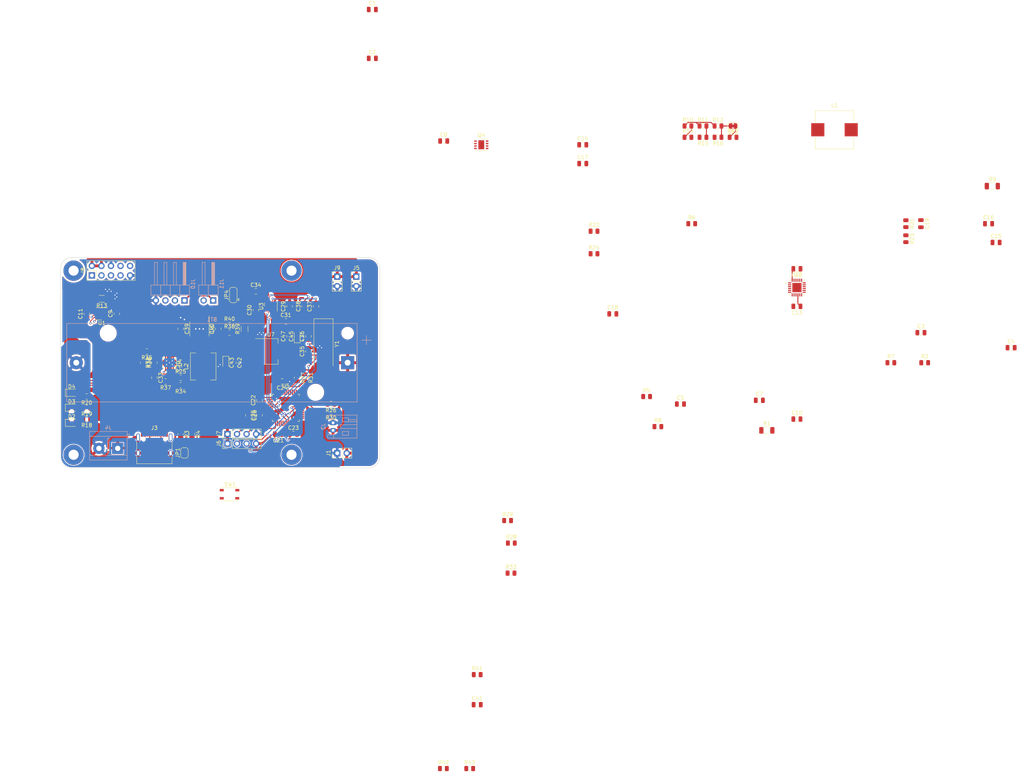
<source format=kicad_pcb>
(kicad_pcb (version 20211014) (generator pcbnew)
  (title_block (title "LiFePO4 Pi UPS") (date "2022-07-20") (rev "v0.0.1") (company "Thomas Aldrian"))
  (layers (0 "F.Cu" signal) (31 "B.Cu" signal) (34 "B.Paste" user) (35 "F.Paste" user) (36 "B.SilkS" user "B.Silkscreen") (37 "F.SilkS" user "F.Silkscreen") (38 "B.Mask" user) (39 "F.Mask" user) (44 "Edge.Cuts" user))
  (net 0 "")
  (net 1 "BAT")
  (net 2 "BAT-")
  (net 3 "Net-(C3-Pad1)")
  (net 4 "VCC")
  (net 5 "GND")
  (net 6 "Net-(C5-Pad2)")
  (net 7 "Net-(C11-Pad1)")
  (net 8 "Net-(C5-Pad1)")
  (net 9 "Net-(C12-Pad2)")
  (net 10 "VREF")
  (net 11 "Net-(C10-Pad1)")
  (net 12 "PH")
  (net 13 "Net-(C15-Pad2)")
  (net 14 "Net-(C17-Pad1)")
  (net 15 "Net-(C14-Pad1)")
  (net 16 "VFB")
  (net 17 "Net-(C18-Pad1)")
  (net 18 "Net-(C33-Pad1)")
  (net 19 "+5V")
  (net 20 "Net-(C35-Pad1)")
  (net 21 "Net-(C36-Pad2)")
  (net 22 "VCCH")
  (net 23 "5VPI")
  (net 24 "5VPIH")
  (net 25 "SS2")
  (net 26 "SS1")
  (net 27 "+3V3")
  (net 28 "Net-(C40-Pad1)")
  (net 29 "Net-(C40-Pad2)")
  (net 30 "NRST")
  (net 31 "PG")
  (net 32 "Net-(D4-Pad2)")
  (net 33 "STAT1")
  (net 34 "Net-(D2-Pad2)")
  (net 35 "STAT2")
  (net 36 "Net-(D3-Pad2)")
  (net 38 "VBUS")
  (net 39 "Net-(J3-PadA5)")
  (net 43 "Net-(J3-PadB5)")
  (net 47 "Net-(J3-PadS1)")
  (net 49 "SDA2")
  (net 50 "SCL2")
  (net 54 "1TX")
  (net 55 "1RX")
  (net 56 "2TX")
  (net 57 "2RX")
  (net 58 "SWDIO")
  (net 59 "SWCLK")
  (net 60 "Net-(J11-Pad2)")
  (net 61 "Net-(JP2-Pad1)")
  (net 62 "Net-(JP2-Pad2)")
  (net 63 "Net-(JP4-Pad2)")
  (net 64 "SDA1")
  (net 65 "HIDRV")
  (net 66 "LODRV")
  (net 67 "BATDRV")
  (net 68 "Net-(R11-Pad2)")
  (net 69 "Net-(R8-Pad2)")
  (net 70 "Net-(R10-Pad2)")
  (net 71 "THERM")
  (net 72 "5VEN")
  (net 73 "Net-(R32-Pad1)")
  (net 74 "Net-(R34-Pad2)")
  (net 75 "5VPG")
  (net 76 "SCL1")
  (net 77 "BOOT0")
  (net 78 "CE")
  (net 84 "ALRT")
  (net 85 "Net-(L2-Pad2)")
  (net 86 "5VPIHEN")
  (net 87 "VCCHEN")
  (footprint "Resistor_SMD:R_0805_2012Metric" (layer "F.Cu") (at 158.9125 186)
    (fp_text reference "R43")
    (fp_text value "10k")
  )
  (footprint "Resistor_SMD:R_0805_2012Metric" (layer "F.Cu") (at 151.9125 186)
    (fp_text reference "R42")
    (fp_text value "??")
  )
  (footprint "Capacitor_SMD:C_0805_2012Metric" (layer "F.Cu") (at 111 63 90)
    (fp_text reference "C29")
    (fp_text value "100n 10%")
  )
  (footprint "Resistor_SMD:R_0805_2012Metric" (layer "F.Cu") (at 72 78 -90)
    (fp_text reference "R36")
    (fp_text value "100k 1%")
  )
  (footprint "Capacitor_SMD:C_0805_2012Metric" (layer "F.Cu") (at 246 63 180)
    (fp_text reference "C13")
    (fp_text value "1u 10%")
  )
  (footprint "Resistor_SMD:R_0805_2012Metric" (layer "F.Cu") (at 78 83 180)
    (fp_text reference "R37")
    (fp_text value "180R 1%")
  )
  (footprint "Capacitor_Tantalum_SMD:CP_EIA-2012-15_AVX-P" (layer "F.Cu") (at 94 78 -90)
    (fp_text reference "C43")
    (fp_text value "DNP")
  )
  (footprint "Resistor_SMD:R_0805_2012Metric" (layer "F.Cu") (at 85 97 -90)
    (fp_text reference "R4")
    (fp_text value "5k1")
  )
  (footprint "Resistor_SMD:R_0805_2012Metric" (layer "F.Cu") (at 275 41 -90)
    (fp_text reference "R21")
    (fp_text value "100k")
  )
  (footprint "Resistor_SMD:R_0805_2012Metric" (layer "F.Cu") (at 225 18 180)
    (fp_text reference "R16")
    (fp_text value "22k")
  )
  (footprint "Connector_PinHeader_2.54mm:PinHeader_1x02_P2.54mm_Vertical" (layer "F.Cu") (at 123.66 102.07 90)
    (fp_text reference "J1")
    (fp_text value "VBAT")
  )
  (footprint "Resistor_SMD:R_0805_2012Metric" (layer "F.Cu") (at 122 89 180)
    (fp_text reference "R26")
    (fp_text value "4k7")
  )
  (footprint "Connector_USB:USB_C_Receptacle_HRO_TYPE-C-31-M-12" (layer "F.Cu") (at 75 101)
    (fp_text reference "J3")
    (fp_text value "USB_C_Receptacle_USB2.0")
  )
  (footprint "Capacitor_SMD:C_0805_2012Metric" (layer "F.Cu") (at 303 74)
    (fp_text reference "C4")
    (fp_text value "10u 20%")
  )
  (footprint "Capacitor_SMD:C_0805_2012Metric" (layer "F.Cu") (at 65 65 90)
    (fp_text reference "C9")
    (fp_text value "100n 10%")
  )
  (footprint "LED_SMD:LED_0805_2012Metric" (layer "F.Cu") (at 53 90)
    (fp_text reference "D3")
    (fp_text value "LED_Small")
  )
  (footprint "Button_Switch_SMD:SW_Push_1P1T_NO_Vertical_Wuerth_434133025816" (layer "F.Cu") (at 95 113)
    (fp_text reference "SW1")
    (fp_text value "RST")
  )
  (footprint "Resistor_SMD:R_1206_3216Metric" (layer "F.Cu") (at 99 69 90)
    (fp_text reference "R39")
    (fp_text value "5m 1%")
  )
  (footprint "Capacitor_Tantalum_SMD:CP_EIA-2012-15_AVX-P" (layer "F.Cu") (at 113 71 90)
    (fp_text reference "C45")
    (fp_text value "DNP")
  )
  (footprint "Capacitor_SMD:C_0805_2012Metric" (layer "F.Cu") (at 75 82 -90)
    (fp_text reference "C33")
    (fp_text value "DNP")
  )
  (footprint "MountingHole:MountingHole_2.7mm_M2.5_Pad" (layer "F.Cu") (at 111.5 53.5)
    (fp_text reference "H2" hide)
    (fp_text value "M2.5")
  )
  (footprint "Capacitor_SMD:C_0805_2012Metric" (layer "F.Cu") (at 246 93)
    (fp_text reference "C10")
    (fp_text value "100n 10%")
  )
  (footprint "LED_SMD:LED_0805_2012Metric" (layer "F.Cu") (at 53 94)
    (fp_text reference "D2")
    (fp_text value "LED_Small")
  )
  (footprint "Resistor_SMD:R_0805_2012Metric" (layer "F.Cu") (at 225 15)
    (fp_text reference "R12")
    (fp_text value "100k")
  )
  (footprint "Resistor_SMD:R_0805_2012Metric" (layer "F.Cu") (at 57 90 180)
    (fp_text reference "R19")
    (fp_text value "R_Small")
  )
  (footprint "Capacitor_SMD:C_0805_2012Metric" (layer "F.Cu") (at 299 46)
    (fp_text reference "C15")
    (fp_text value "100n 10%")
  )
  (footprint "Capacitor_SMD:C_0805_2012Metric" (layer "F.Cu") (at 279 70)
    (fp_text reference "C3")
    (fp_text value "OPT 100n 10%")
  )
  (footprint "Resistor_SMD:R_0805_2012Metric" (layer "F.Cu") (at 95 70)
    (fp_text reference "R38")
    (fp_text value "0R")
  )
  (footprint "MountingHole:MountingHole_2.7mm_M2.5_Pad" (layer "F.Cu") (at 53.5 102.5)
    (fp_text reference "H3" hide)
    (fp_text value "M2.5")
  )
  (footprint "Capacitor_SMD:C_0805_2012Metric" (layer "F.Cu") (at 83 79 90)
    (fp_text reference "C20")
    (fp_text value "22u 20%")
  )
  (footprint "Capacitor_SMD:C_0805_2012Metric" (layer "F.Cu") (at 116 71 90)
    (fp_text reference "C36")
    (fp_text value "?? 5%")
  )
  (footprint "Resistor_SMD:R_0805_2012Metric" (layer "F.Cu") (at 95 68)
    (fp_text reference "R40")
    (fp_text value "0R")
  )
  (footprint "Capacitor_SMD:C_0805_2012Metric" (layer "F.Cu") (at 189 25)
    (fp_text reference "C17")
    (fp_text value "1u 10%")
  )
  (footprint "Resistor_SMD:R_0805_2012Metric" (layer "F.Cu") (at 221 15)
    (fp_text reference "R11")
    (fp_text value "100k")
  )
  (footprint "Package_DFN_QFN:TDFN-14-1EP_3x3mm_P0.4mm_EP1.78x2.35mm" (layer "F.Cu") (at 61 65 180)
    (fp_text reference "U1")
    (fp_text value "MAX17260SETD+T")
  )
  (footprint "LED_SMD:LED_0805_2012Metric" (layer "F.Cu") (at 53 86)
    (fp_text reference "D4")
    (fp_text value "LED_Small")
  )
  (footprint "Resistor_SMD:R_0805_2012Metric" (layer "F.Cu") (at 169 120)
    (fp_text reference "R29")
    (fp_text value "R_Small")
  )
  (footprint "Resistor_SMD:R_0805_2012Metric" (layer "F.Cu") (at 82 97 -90)
    (fp_text reference "R3")
    (fp_text value "5k1")
  )
  (footprint "libraries:QFN50P400X400X100-25N" (layer "F.Cu") (at 246 58)
    (fp_text reference "U2")
    (fp_text value "BQ24630RGER")
  )
  (footprint "Jumper:SolderJumper-2_P1.3mm_Bridged_RoundedPad1.0x1.5mm" (layer "F.Cu") (at 229 15 180)
    (fp_text reference "JP2")
    (fp_text value "Cut for 1.5A")
  )
  (footprint "Resistor_SMD:R_0805_2012Metric" (layer "F.Cu") (at 169.9125 134)
    (fp_text reference "R33")
    (fp_text value "R_Small")
  )
  (footprint "libraries:V-DFN3020-14" (layer "F.Cu") (at 106 63 90)
    (fp_text reference "U3")
    (fp_text value "AP22966DC8-7")
  )
  (footprint "Connector_PinHeader_2.54mm:PinHeader_1x04_P2.54mm_Vertical" (layer "F.Cu") (at 94.45 99.53 90)
    (fp_text reference "J6")
    (fp_text value "UART1")
  )
  (footprint "Resistor_SMD:R_0805_2012Metric" (layer "F.Cu") (at 192 49)
    (fp_text reference "R24")
    (fp_text value "R_Small")
  )
  (footprint "Capacitor_SMD:C_0805_2012Metric" (layer "F.Cu") (at 297 41)
    (fp_text reference "C16")
    (fp_text value "100n 10%")
  )
  (footprint "Resistor_SMD:R_0805_2012Metric" (layer "F.Cu") (at 229 18)
    (fp_text reference "R17")
    (fp_text value "18k")
  )
  (footprint "Package_TO_SOT_SMD:SOT-223-3_TabPin2" (layer "F.Cu") (at 106 75)
    (fp_text reference "U7")
    (fp_text value "NCP1117-3.3_SOT223")
  )
  (footprint "Capacitor_SMD:C_0805_2012Metric" (layer "F.Cu") (at 103 92 90)
    (fp_text reference "C25")
    (fp_text value "10n 10%")
  )
  (footprint "Capacitor_SMD:C_0805_2012Metric" (layer "F.Cu") (at 109 83 180)
    (fp_text reference "C24")
    (fp_text value "100n 10%")
  )
  (footprint "Capacitor_SMD:C_0805_2012Metric" (layer "F.Cu") (at 111 71 90)
    (fp_text reference "C47")
    (fp_text value "10u 20%")
  )
  (footprint "Resistor_SMD:R_1206_3216Metric" (layer "F.Cu") (at 238 96)
    (fp_text reference "R1")
    (fp_text value "20m")
  )
  (footprint "Resistor_SMD:R_0805_2012Metric" (layer "F.Cu") (at 280 78)
    (fp_text reference "R2")
    (fp_text value "R_Small")
  )
  (footprint "Capacitor_SMD:C_0805_2012Metric" (layer "F.Cu") (at 103 88 90)
    (fp_text reference "C22")
    (fp_text value "100n 10%")
  )
  (footprint "Capacitor_SMD:C_0805_2012Metric" (layer "F.Cu") (at 110 67)
    (fp_text reference "C31")
    (fp_text value "1u 20%")
  )
  (footprint "Capacitor_SMD:C_0805_2012Metric" (layer "F.Cu") (at 197 65)
    (fp_text reference "C18")
    (fp_text value "150n 5% 25V")
  )
  (footprint "Resistor_SMD:R_0805_2012Metric" (layer "F.Cu") (at 217 15)
    (fp_text reference "R10")
    (fp_text value "100k")
  )
  (footprint "Capacitor_SMD:C_0805_2012Metric" (layer "F.Cu") (at 133 -3)
    (fp_text reference "C2")
    (fp_text value "? 20% 25V")
  )
  (footprint "MountingHole:MountingHole_2.7mm_M2.5_Pad" (layer "F.Cu") (at 53.5 53.5)
    (fp_text reference "H4" hide)
    (fp_text value "M2.5")
  )
  (footprint "Capacitor_SMD:C_0805_2012Metric" (layer "F.Cu") (at 279 41 -90)
    (fp_text reference "C19")
    (fp_text value "? 10%")
  )
  (footprint "Package_QFP:LQFP-48_7x7mm_P0.5mm" (layer "F.Cu") (at 110 90)
    (fp_text reference "U5")
    (fp_text value "STM32F030C8Tx")
  )
  (footprint "Capacitor_SMD:C_0805_2012Metric" (layer "F.Cu") (at 189 20)
    (fp_text reference "C14")
    (fp_text value "100n 10%")
  )
  (footprint "Capacitor_SMD:C_0805_2012Metric" (layer "F.Cu") (at 96 78 -90)
    (fp_text reference "C42")
    (fp_text value "10u 20%")
  )
  (footprint "Resistor_SMD:R_0805_2012Metric" (layer "F.Cu") (at 115 82 -90)
    (fp_text reference "R31")
    (fp_text value "4k7")
  )
  (footprint "Capacitor_SMD:C_0805_2012Metric" (layer "F.Cu") (at 82 69 -90)
    (fp_text reference "C39")
    (fp_text value "100n 10%")
  )
  (footprint "Capacitor_SMD:C_0805_2012Metric" (layer "F.Cu") (at 92 69 90)
    (fp_text reference "C40")
    (fp_text value "DNP")
  )
  (footprint "Capacitor_SMD:C_0805_2012Metric" (layer "F.Cu") (at 236 88)
    (fp_text reference "C7")
    (fp_text value "100n 10%")
  )
  (footprint "Capacitor_SMD:C_0805_2012Metric" (layer "F.Cu") (at 108 97 180)
    (fp_text reference "C21")
    (fp_text value "4u7 10%")
  )
  (footprint "Capacitor_SMD:C_0805_2012Metric" (layer "F.Cu") (at 57 65 90)
    (fp_text reference "C11")
    (fp_text value "470n 10%")
  )
  (footprint "Capacitor_SMD:C_0805_2012Metric" (layer "F.Cu") (at 100 92 -90)
    (fp_text reference "C26")
    (fp_text value "1u 10%")
  )
  (footprint "Resistor_SMD:R_0805_2012Metric" (layer "F.Cu") (at 82 84 180)
    (fp_text reference "R34")
    (fp_text value "8k2 1%")
  )
  (footprint "MountingHole:MountingHole_2.7mm_M2.5_Pad" (layer "F.Cu") (at 111.5 102.5)
    (fp_text reference "H1" hide)
    (fp_text value "M2.5")
  )
  (footprint "Resistor_SMD:R_0805_2012Metric" (layer "F.Cu") (at 82 82)
    (fp_text reference "R25")
    (fp_text value "10k 1%")
  )
  (footprint "Resistor_SMD:R_0805_2012Metric" (layer "F.Cu") (at 209 95)
    (fp_text reference "R8")
    (fp_text value "1k")
  )
  (footprint "Resistor_SMD:R_0805_2012Metric" (layer "F.Cu") (at 192 43)
    (fp_text reference "R22")
    (fp_text value "R_Small")
  )
  (footprint "Capacitor_SMD:C_0805_2012Metric" (layer "F.Cu") (at 102 59)
    (fp_text reference "C34")
    (fp_text value "100n 10%")
  )
  (footprint "libraries:L_1050" (layer "F.Cu") (at 256 16)
    (fp_text reference "L1")
    (fp_text value "15u 20%")
  )
  (footprint "Resistor_SMD:R_1206_3216Metric" (layer "F.Cu") (at 61 61 180)
    (fp_text reference "R13")
    (fp_text value "5m 1%")
  )
  (footprint "Resistor_SMD:R_0805_2012Metric" (layer "F.Cu") (at 218 41)
    (fp_text reference "R6")
    (fp_text value "10R")
  )
  (footprint "Jumper:SolderJumper-3_P1.3mm_Bridged12_RoundedPad1.0x1.5mm" (layer "F.Cu") (at 96 60 90)
    (fp_text reference "JP4")
    (fp_text value "ADDR")
  )
  (footprint "Resistor_SMD:R_0805_2012Metric" (layer "F.Cu") (at 160.9125 161)
    (fp_text reference "R41")
    (fp_text value "10k")
  )
  (footprint "Connector_PinHeader_2.54mm:PinHeader_1x04_P2.54mm_Vertical" (layer "F.Cu") (at 94.45 96.99 90)
    (fp_text reference "J7")
    (fp_text value "UART2")
  )
  (footprint "libraries:L_7030" (layer "F.Cu") (at 88 79 90)
    (fp_text reference "L2")
    (fp_text value "1u 20%")
  )
  (footprint "Package_SO:SOIC-8_3.9x4.9mm_P1.27mm" (layer "F.Cu") (at 87 69 -90)
    (fp_text reference "U6")
    (fp_text value "INA219AxD")
  )
  (footprint "Capacitor_SMD:C_0805_2012Metric" (layer "F.Cu") (at 116 75 90)
    (fp_text reference "C35")
    (fp_text value "?? 5%")
  )
  (footprint "Capacitor_SMD:C_0805_2012Metric" (layer "F.Cu") (at 102 64 90)
    (fp_text reference "C30")
    (fp_text value "1u 20%")
  )
  (footprint "Capacitor_SMD:C_0805_2012Metric" (layer "F.Cu") (at 152 19)
    (fp_text reference "C8")
    (fp_text value "10u 10%")
  )
  (footprint "Connector_PinHeader_2.54mm:PinHeader_2x05_P2.54mm_Vertical" (layer "F.Cu") (at 58.37 54.77 90)
    (fp_text reference "J8")
    (fp_text value "Pogo pins")
  )
  (footprint "Resistor_SMD:R_0805_2012Metric" (layer "F.Cu") (at 73 75 180)
    (fp_text reference "R35")
    (fp_text value "R_Small")
  )
  (footprint "Resistor_SMD:R_1206_3216Metric" (layer "F.Cu") (at 298 31)
    (fp_text reference "R9")
    (fp_text value "20m")
  )
  (footprint "Resistor_SMD:R_0805_2012Metric" (layer "F.Cu") (at 217 18)
    (fp_text reference "R14")
    (fp_text value "56k")
  )
  (footprint "Capacitor_SMD:C_0805_2012Metric" (layer "F.Cu") (at 160.9125 169)
    (fp_text reference "C41")
    (fp_text value "100n 10%")
  )
  (footprint "Resistor_SMD:R_0805_2012Metric" (layer "F.Cu") (at 75 78 90)
    (fp_text reference "R32")
    (fp_text value "402k 1%")
  )
  (footprint "Jumper:SolderJumper-2_P1.3mm_Open_RoundedPad1.0x1.5mm" (layer "F.Cu") (at 83 102 90)
    (fp_text reference "JP1")
    (fp_text value "S_GND")
  )
  (footprint "Resistor_SMD:R_0805_2012Metric" (layer "F.Cu") (at 170 126)
    (fp_text reference "R28")
    (fp_text value "R_Small")
  )
  (footprint "Capacitor_SMD:C_0805_2012Metric" (layer "F.Cu") (at 133 -16)
    (fp_text reference "C1")
    (fp_text value "? 20% 25V")
  )
  (footprint "Capacitor_SMD:C_0805_2012Metric" (layer "F.Cu") (at 112 97)
    (fp_text reference "C23")
    (fp_text value "100n 10%")
  )
  (footprint "Resistor_SMD:R_0805_2012Metric" (layer "F.Cu") (at 206 87)
    (fp_text reference "R5")
    (fp_text value "R_Small")
  )
  (footprint "Crystal:Crystal_SMD_HC49-SD" (layer "F.Cu") (at 120 73 -90)
    (fp_text reference "Y1")
    (fp_text value "Crystal_Small")
  )
  (footprint "Resistor_SMD:R_0805_2012Metric" (layer "F.Cu") (at 57 93 180)
    (fp_text reference "R18")
    (fp_text value "R_Small")
  )
  (footprint "Capacitor_SMD:C_0805_2012Metric" (layer "F.Cu") (at 118 63 90)
    (fp_text reference "C37")
    (fp_text value "5% 25V")
  )
  (footprint "Resistor_SMD:R_0805_2012Metric" (layer "F.Cu") (at 271 78)
    (fp_text reference "R7")
    (fp_text value "1k")
  )
  (footprint "Resistor_SMD:R_0805_2012Metric" (layer "F.Cu") (at 57 87 180)
    (fp_text reference "R20")
    (fp_text value "R_Small")
  )
  (footprint "Capacitor_SMD:C_0805_2012Metric" (layer "F.Cu") (at 246 53 180)
    (fp_text reference "C12")
    (fp_text value "1u 10%")
  )
  (footprint "Capacitor_SMD:C_0805_2012Metric" (layer "F.Cu") (at 215 89)
    (fp_text reference "C5")
    (fp_text value "OPT 100n 10%")
  )
  (footprint "Package_SON:Texas_S-PVSON-N10_ThermalVias" (layer "F.Cu") (at 79 78 -90)
    (fp_text reference "U4")
    (fp_text value "TPS61230DRC")
  )
  (footprint "Capacitor_SMD:C_0805_2012Metric" (layer "F.Cu") (at 115 63 90)
    (fp_text reference "C38")
    (fp_text value "5% 25V")
  )
  (footprint "Resistor_SMD:R_0805_2012Metric" (layer "F.Cu") (at 113 82 -90)
    (fp_text reference "R27")
    (fp_text value "4k7")
  )
  (footprint "Connector_PinHeader_2.54mm:PinHeader_1x02_P2.54mm_Vertical" (layer "F.Cu") (at 128.74 55.08)
    (fp_text reference "J5")
    (fp_text value "VOUT")
  )
  (footprint "libraries:DFN3x3E-8_EP2_S" (layer "F.Cu") (at 162 20)
    (fp_text reference "Q4")
    (fp_text value "TDM3412")
  )
  (footprint "Resistor_SMD:R_0805_2012Metric" (layer "F.Cu") (at 122 91 180)
    (fp_text reference "R30")
    (fp_text value "4k7")
  )
  (footprint "Connector_PinHeader_2.54mm:PinHeader_1x02_P2.54mm_Vertical" (layer "F.Cu") (at 123.66 55.08)
    (fp_text reference "J9")
    (fp_text value "VCC")
  )
  (footprint "Resistor_SMD:R_0805_2012Metric" (layer "F.Cu") (at 275 45 -90)
    (fp_text reference "R23")
    (fp_text value "100k")
  )
  (footprint "Resistor_SMD:R_0805_2012Metric" (layer "F.Cu") (at 221 18 180)
    (fp_text reference "R15")
    (fp_text value "4k7")
  )
  (footprint "Connector_PinHeader_2.54mm:PinHeader_1x02_P2.54mm_Horizontal" (layer "B.Cu") (at 90.64 61.43 90)
    (fp_text reference "J11")
    (fp_text value "BOOT")
  )
  (footprint "libraries:TerminalBlock_KF301-2P" (layer "B.Cu") (at 62.74 100.8 180)
    (fp_text reference "J4")
    (fp_text value "VIN")
  )
  (footprint "Connector_JST:JST_PH_S2B-PH-K_1x02_P2.00mm_Horizontal" (layer "B.Cu") (at 122.55 94 -90)
    (fp_text reference "J2")
    (fp_text value "VBAT_JST")
  )
  (footprint "libraries:BatteryHolder_Keystone_1043_1x18650" (layer "B.Cu") (at 126.4275 78 180)
    (fp_text reference "BT1")
    (fp_text value "18650")
  )
  (footprint "Connector_PinHeader_2.54mm:PinHeader_1x04_P2.54mm_Horizontal" (layer "B.Cu") (at 83.02 61.43 90)
    (fp_text reference "J10")
    (fp_text value "SWD")
  )
  (gr_arc (start 50 53) (mid 50.87868 50.87868) (end 53 50) (layer "Edge.Cuts") (width 0.1))
  (gr_arc (start 135 103) (mid 134.12132 105.12132) (end 132 106) (layer "Edge.Cuts") (width 0.1))
  (gr_line (start 50 103) (end 50 53) (layer "Edge.Cuts") (width 0.1))
  (gr_line (start 132 106) (end 53 106) (layer "Edge.Cuts") (width 0.1))
  (gr_arc (start 132 50) (mid 134.12132 50.87868) (end 135 53) (layer "Edge.Cuts") (width 0.1))
  (gr_arc (start 53 106) (mid 50.87868 105.12132) (end 50 103) (layer "Edge.Cuts") (width 0.1))
  (gr_line (start 135 53) (end 135 103) (layer "Edge.Cuts") (width 0.1))
  (gr_line (start 53 50) (end 132 50) (layer "Edge.Cuts") (width 0.1))
  (segment (start 62.4875 66.2) (end 63.3 66.2) (width 0.2) (layer "F.Cu") (net 1))
  (segment (start 63.3 64.530025) (end 63.3 66.2) (width 0.2) (layer "F.Cu") (net 1))
  (segment (start 64.75 66.2) (end 65 65.95) (width 0.2) (layer "F.Cu") (net 1))
  (segment (start 62.4875 64.2) (end 62.969975 64.2) (width 0.2) (layer "F.Cu") (net 1))
  (segment (start 63.3 66.2) (end 64.75 66.2) (width 0.2) (layer "F.Cu") (net 1))
  (segment (start 62.969975 64.2) (end 63.3 64.530025) (width 0.2) (layer "F.Cu") (net 1))
  (segment (start 59.5125 63.8) (end 59.5125 64.175) (width 0.25) (layer "F.Cu") (net 2))
  (segment (start 60.5 61.9625) (end 60.5 62.8125) (width 0.25) (layer "F.Cu") (net 2))
  (segment (start 65 64.05) (end 64.2625 63.3125) (width 0.25) (layer "F.Cu") (net 2))
  (segment (start 60.5 62.8125) (end 61 63.3125) (width 0.25) (layer "F.Cu") (net 2))
  (segment (start 60.5 62.8125) (end 59.5125 63.8) (width 0.25) (layer "F.Cu") (net 2))
  (segment (start 64.2625 63.3125) (end 61 63.3125) (width 0.25) (layer "F.Cu") (net 2))
  (segment (start 61 63.3125) (end 61 65) (width 0.25) (layer "F.Cu") (net 2))
  (segment (start 59.5375 61) (end 60.5 61.9625) (width 0.25) (layer "F.Cu") (net 2))
  (segment (start 107.75 85.8375) (end 107.75 87.25) (width 0.25) (layer "F.Cu") (net 5))
  (segment (start 78.25 96.25) (end 79 95.5) (width 0.4) (layer "F.Cu") (net 5))
  (segment (start 107.75 87.25) (end 107.5 87.5) (width 0.25) (layer "F.Cu") (net 5))
  (segment (start 105.8375 90.75) (end 106.75 90.75) (width 0.25) (layer "F.Cu") (net 5))
  (segment (start 78.25 96.955) (end 78.25 96.25) (width 0.4) (layer "F.Cu") (net 5))
  (segment (start 106 61.9) (end 106 63) (width 0.15) (layer "F.Cu") (net 5))
  (segment (start 107.05 97) (end 107.05 98.05) (width 0.25) (layer "F.Cu") (net 5))
  (segment (start 106 63) (end 104 63) (width 0.4) (layer "F.Cu") (net 5))
  (segment (start 107.05 98.05) (end 107.5 98.5) (width 0.25) (layer "F.Cu") (net 5))
  (segment (start 62.4875 63.8) (end 63.417797 63.8) (width 0.2) (layer "F.Cu") (net 5))
  (segment (start 111.05 97.95) (end 110.5 98.5) (width 0.25) (layer "F.Cu") (net 5))
  (segment (start 63.417797 63.8) (end 63.565692 63.947895) (width 0.2) (layer "F.Cu") (net 5))
  (segment (start 106.75 90.75) (end 107.5 91.5) (width 0.25) (layer "F.Cu") (net 5))
  (segment (start 112.25 92.75) (end 112.25 94.1625) (width 0.25) (layer "F.Cu") (net 5))
  (segment (start 111.05 97) (end 111.05 97.95) (width 0.25) (layer "F.Cu") (net 5))
  (segment (start 112 92.5) (end 112.25 92.75) (width 0.25) (layer "F.Cu") (net 5))
  (via (at 98 78) (size 0.6) (drill 0.3) (layers "F.Cu" "B.Cu") (net 5))
  (via (at 97.5 78.5) (size 0.6) (drill 0.3) (layers "F.Cu" "B.Cu") (net 5))
  (via (at 119.5 74) (size 0.6) (drill 0.3) (layers "F.Cu" "B.Cu") (net 5))
  (via (at 118.5 74) (size 0.6) (drill 0.3) (layers "F.Cu" "B.Cu") (net 5))
  (via (at 63 58.5) (size 0.6) (drill 0.3) (layers "F.Cu" "B.Cu") (net 5))
  (via (at 114.5 72) (size 0.6) (drill 0.3) (layers "F.Cu" "B.Cu") (net 5))
  (via (at 65 59.5) (size 0.6) (drill 0.3) (layers "F.Cu" "B.Cu") (net 5))
  (via (at 110.5 98.5) (size 0.6) (drill 0.3) (layers "F.Cu" "B.Cu") (net 5))
  (via (at 114.5 71) (size 0.6) (drill 0.3) (layers "F.Cu" "B.Cu") (net 5))
  (via (at 64.5 60) (size 0.6) (drill 0.3) (layers "F.Cu" "B.Cu") (net 5))
  (via (at 103.5 70.5) (size 0.6) (drill 0.3) (layers "F.Cu" "B.Cu") (net 5))
  (via (at 92 79) (size 0.6) (drill 0.3) (layers "F.Cu" "B.Cu") (net 5))
  (via (at 87 69) (size 0.8) (drill 0.4) (layers "F.Cu" "B.Cu") (net 5))
  (via (at 83 66.5) (size 0.8) (drill 0.4) (layers "F.Cu" "B.Cu") (net 5))
  (via (at 92.5 78.5) (size 0.6) (drill 0.3) (layers "F.Cu" "B.Cu") (net 5))
  (via (at 102.5 70.5) (size 0.6) (drill 0.3) (layers "F.Cu" "B.Cu") (net 5))
  (via (at 104 70) (size 0.6) (drill 0.3) (layers "F.Cu" "B.Cu") (net 5))
  (via (at 62.5 59) (size 0.6) (drill 0.3) (layers "F.Cu" "B.Cu") (net 5))
  (via (at 107.5 98.5) (size 0.6) (drill 0.3) (layers "F.Cu" "B.Cu") (net 5))
  (via (at 86 69) (size 0.8) (drill 0.4) (layers "F.Cu" "B.Cu") (net 5))
  (via (at 63.565692 63.947895) (size 0.6) (drill 0.3) (layers "F.Cu" "B.Cu") (net 5))
  (via (at 103 70) (size 0.6) (drill 0.3) (layers "F.Cu" "B.Cu") (net 5))
  (via (at 82 66) (size 0.8) (drill 0.4) (layers "F.Cu" "B.Cu") (net 5))
  (via (at 107.5 87.5) (size 0.6) (drill 0.3) (layers "F.Cu" "B.Cu") (net 5))
  (via (at 112 92.5) (size 0.6) (drill 0.3) (layers "F.Cu" "B.Cu") (net 5))
  (via (at 65 60.5) (size 0.6) (drill 0.3) (layers "F.Cu" "B.Cu") (net 5))
  (via (at 64.5 61) (size 0.6) (drill 0.3) (layers "F.Cu" "B.Cu") (net 5))
  (via (at 107.5 91.5) (size 0.6) (drill 0.3) (layers "F.Cu" "B.Cu") (net 5))
  (via (at 119 73.5) (size 0.6) (drill 0.3) (layers "F.Cu" "B.Cu") (net 5))
  (via (at 62 58.5) (size 0.6) (drill 0.3) (layers "F.Cu" "B.Cu") (net 5))
  (via (at 63.5 59) (size 0.6) (drill 0.3) (layers "F.Cu" "B.Cu") (net 5))
  (via (at 111 83) (size 0.6) (drill 0.3) (layers "F.Cu" "B.Cu") (net 5))
  (via (at 88 69) (size 0.8) (drill 0.4) (layers "F.Cu" "B.Cu") (net 5))
  (segment (start 102.07 96.99) (end 102.07 99.53) (width 0.8) (layer "B.Cu") (net 5))
  (segment (start 107.5 98.5) (end 109 97) (width 0.25) (layer "B.Cu") (net 5))
  (segment (start 110.5 98.5) (end 109 97) (width 0.25) (layer "B.Cu") (net 5))
  (segment (start 59.5125 65) (end 57.95 65) (width 0.2) (layer "F.Cu") (net 7))
  (segment (start 57.95 65) (end 57 65.95) (width 0.2) (layer "F.Cu") (net 7))
  (segment (start 244.75 56.065) (end 244.75 53.3) (width 0.25) (layer "F.Cu") (net 9))
  (segment (start 244.75 53.3) (end 245.05 53) (width 0.25) (layer "F.Cu") (net 9))
  (segment (start 223.1355 14.048) (end 224.0875 15) (width 0.25) (layer "F.Cu") (net 10))
  (segment (start 219.1355 14.048) (end 217.0395 14.048) (width 0.25) (layer "F.Cu") (net 10))
  (segment (start 246.95 63) (end 246.25 62.3) (width 0.25) (layer "F.Cu") (net 10))
  (segment (start 220.0875 15) (end 219.1355 14.048) (width 0.25) (layer "F.Cu") (net 10))
  (segment (start 246.25 62.3) (end 246.25 59.935) (width 0.25) (layer "F.Cu") (net 10))
  (segment (start 217.0395 14.048) (end 216.0875 15) (width 0.25) (layer "F.Cu") (net 10))
  (segment (start 219.1355 14.048) (end 223.1355 14.048) (width 0.25) (layer "F.Cu") (net 10))
  (segment (start 78 80) (end 78 79.76) (width 0.25) (layer "F.Cu") (net 18))
  (segment (start 77.5 80.5) (end 78 80) (width 0.25) (layer "F.Cu") (net 18))
  (via (at 77.5 80.5) (size 0.6) (drill 0.3) (layers "F.Cu" "B.Cu") (net 18))
  (segment (start 98.5375 70) (end 99 70.4625) (width 0.25) (layer "F.Cu") (net 19))
  (segment (start 79 76.24) (end 79 73) (width 0.25) (layer "F.Cu") (net 19))
  (segment (start 83.57 69.95) (end 82 69.95) (width 0.25) (layer "F.Cu") (net 19))
  (segment (start 85.095 71.475) (end 85.095 73.095) (width 0.25) (layer "F.Cu") (net 19))
  (segment (start 95.9125 70) (end 98.5375 70) (width 0.25) (layer "F.Cu") (net 19))
  (segment (start 78.5 76.24) (end 78.5 73) (width 0.25) (layer "F.Cu") (net 19))
  (segment (start 85.095 71.475) (end 83.57 69.95) (width 0.25) (layer "F.Cu") (net 19))
  (segment (start 117.95 75.95) (end 116 75.95) (width 0.25) (layer "F.Cu") (net 20))
  (segment (start 107.25 89.25) (end 105.8375 89.25) (width 0.25) (layer "F.Cu") (net 20))
  (segment (start 118.7 75.95) (end 117.95 75.95) (width 0.25) (layer "F.Cu") (net 20))
  (segment (start 116 79) (end 117.95 77.05) (width 0.25) (layer "F.Cu") (net 20))
  (segment (start 108 88.5) (end 107.25 89.25) (width 0.25) (layer "F.Cu") (net 20))
  (segment (start 120 77.25) (end 118.7 75.95) (width 0.25) (layer "F.Cu") (net 20))
  (segment (start 117.95 77.05) (end 117.95 75.95) (width 0.25) (layer "F.Cu") (net 20))
  (via (at 108 88.5) (size 0.6) (drill 0.3) (layers "F.Cu" "B.Cu") (net 20))
  (via (at 116 79) (size 0.6) (drill 0.3) (layers "F.Cu" "B.Cu") (net 20))
  (segment (start 116 80.5) (end 108 88.5) (width 0.25) (layer "B.Cu") (net 20))
  (segment (start 116 79) (end 116 80.5) (width 0.25) (layer "B.Cu") (net 20))
  (segment (start 120 68.75) (end 118.7 70.05) (width 0.25) (layer "F.Cu") (net 21))
  (segment (start 107.75 89.75) (end 108 89.5) (width 0.25) (layer "F.Cu") (net 21))
  (segment (start 117.5 71.55) (end 116 70.05) (width 0.25) (layer "F.Cu") (net 21))
  (segment (start 117.5 72.5) (end 117.5 71.55) (width 0.25) (layer "F.Cu") (net 21))
  (segment (start 105.8375 89.75) (end 107.75 89.75) (width 0.25) (layer "F.Cu") (net 21))
  (segment (start 116 73) (end 117 73) (width 0.25) (layer "F.Cu") (net 21))
  (segment (start 117 73) (end 117.5 72.5) (width 0.25) (layer "F.Cu") (net 21))
  (segment (start 118.7 70.05) (end 116 70.05) (width 0.25) (layer "F.Cu") (net 21))
  (via (at 116 73) (size 0.6) (drill 0.3) (layers "F.Cu" "B.Cu") (net 21))
  (via (at 108 89.5) (size 0.6) (drill 0.3) (layers "F.Cu" "B.Cu") (net 21))
  (segment (start 117.552 74.552) (end 117.552 79.948) (width 0.25) (layer "B.Cu") (net 21))
  (segment (start 116 73) (end 117.552 74.552) (width 0.25) (layer "B.Cu") (net 21))
  (segment (start 117.552 79.948) (end 108 89.5) (width 0.25) (layer "B.Cu") (net 21))
  (segment (start 107 61.9) (end 107 61.5) (width 0.4) (layer "F.Cu") (net 22))
  (segment (start 107 61.5) (end 107.5 61) (width 0.4) (layer "F.Cu") (net 22))
  (segment (start 98.5375 68) (end 99 67.5375) (width 0.25) (layer "F.Cu") (net 23))
  (segment (start 105.200036 66) (end 104.5 66) (width 0.15) (layer "F.Cu") (net 23))
  (segment (start 106 64.1) (end 106 65.200036) (width 0.15) (layer "F.Cu") (net 23))
  (segment (start 95.9125 68) (end 98.5375 68) (width 0.25) (layer "F.Cu") (net 23))
  (segment (start 106 65.200036) (end 105.200036 66) (width 0.15) (layer "F.Cu") (net 23))
  (segment (start 106.5 61) (end 106.5 61.375) (width 0.15) (layer "F.Cu") (net 25))
  (segment (start 106.5 61.375) (end 106.4 61.475) (width 0.15) (layer "F.Cu") (net 25))
  (segment (start 118 61) (end 118 62.05) (width 0.25) (layer "F.Cu") (net 25))
  (segment (start 106.4 61.475) (end 106.4 61.9) (width 0.15) (layer "F.Cu") (net 25))
  (via (at 118 61) (size 0.6) (drill 0.3) (layers "F.Cu" "B.Cu") (net 25))
  (via (at 106.5 61) (size 0.6) (drill 0.3) (layers "F.Cu" "B.Cu") (net 25))
  (segment (start 118 61) (end 106.5 61) (width 0.25) (layer "B.Cu") (net 25))
  (segment (start 105.6 60.4) (end 105.6 61.9) (width 0.15) (layer "F.Cu") (net 26))
  (segment (start 115 61.4485) (end 115 62.05) (width 0.25) (layer "F.Cu") (net 26))
  (segment (start 116 60.4485) (end 115 61.4485) (width 0.25) (layer "F.Cu") (net 26))
  (segment (start 106 60) (end 105.6 60.4) (width 0.15) (layer "F.Cu") (net 26))
  (via (at 106 60) (size 0.6) (drill 0.3) (layers "F.Cu" "B.Cu") (net 26))
  (via (at 116 60.4485) (size 0.6) (drill 0.3) (layers "F.Cu" "B.Cu") (net 26))
  (segment (start 115.5515 60) (end 116 60.4485) (width 0.25) (layer "B.Cu") (net 26))
  (segment (start 106 60) (end 115.5515 60) (width 0.25) (layer "B.Cu") (net 26))
  (segment (start 84.27 60.18) (end 83.02 61.43) (width 0.4) (layer "F.Cu") (net 27))
  (segment (start 89.39 60.18) (end 84.27 60.18) (width 0.4) (layer "F.Cu") (net 27))
  (segment (start 94.45 96.99) (end 94.45 99.53) (width 0.8) (layer "F.Cu") (net 27))
  (segment (start 112.75 95.5) (end 112.75 96.8) (width 0.25) (layer "F.Cu") (net 27))
  (segment (start 108.95 97) (end 110.45 95.5) (width 0.25) (layer "F.Cu") (net 27))
  (segment (start 90.64 61.43) (end 89.39 60.18) (width 0.4) (layer "F.Cu") (net 27))
  (segment (start 101.9 92.95) (end 100 91.05) (width 0.25) (layer "F.Cu") (net 27))
  (segment (start 110.45 95.5) (end 112.75 95.5) (width 0.25) (layer "F.Cu") (net 27))
  (segment (start 105.8375 87.25) (end 103.2 87.25) (width 0.25) (layer "F.Cu") (net 27))
  (segment (start 107.25 85.8375) (end 107.25 83.8) (width 0.25) (layer "F.Cu") (net 27))
  (segment (start 103.2 87.25) (end 103 87.05) (width 0.25) (layer "F.Cu") (net 27))
  (segment (start 103 92.95) (end 104.7 91.25) (width 0.25) (layer "F.Cu") (net 27))
  (segment (start 112.75 96.8) (end 112.95 97) (width 0.25) (layer "F.Cu") (net 27))
  (segment (start 103 92.95) (end 101.9 92.95) (width 0.25) (layer "F.Cu") (net 27))
  (segment (start 104.7 91.25) (end 105.8375 91.25) (width 0.25) (layer "F.Cu") (net 27))
  (segment (start 107.25 83.8) (end 108.05 83) (width 0.25) (layer "F.Cu") (net 27))
  (segment (start 112.75 94.1625) (end 112.75 95.5) (width 0.25) (layer "F.Cu") (net 27))
  (segment (start 90.43 69.95) (end 88.905 71.475) (width 0.25) (layer "F.Cu") (net 28))
  (segment (start 94.0375 69.95) (end 94.0875 70) (width 0.25) (layer "F.Cu") (net 28))
  (segment (start 92 69.95) (end 90.43 69.95) (width 0.25) (layer "F.Cu") (net 28))
  (segment (start 92 69.95) (end 94.0375 69.95) (width 0.25) (layer "F.Cu") (net 28))
  (segment (start 90.786486 68.05) (end 92 68.05) (width 0.25) (layer "F.Cu") (net 29))
  (segment (start 87.635 71.475) (end 87.635 71.201486) (width 0.25) (layer "F.Cu") (net 29))
  (segment (start 87.635 71.201486) (end 90.786486 68.05) (width 0.25) (layer "F.Cu") (net 29))
  (segment (start 92 68.05) (end 94.0375 68.05) (width 0.25) (layer "F.Cu") (net 29))
  (segment (start 94.0375 68.05) (end 94.0875 68) (width 0.25) (layer "F.Cu") (net 29))
  (segment (start 50.946 85.054) (end 53.278003 82.721997) (width 0.25) (layer "F.Cu") (net 31))
  (segment (start 50.946 92.8835) (end 50.946 85.054) (width 0.25) (layer "F.Cu") (net 31))
  (segment (start 53.278003 82.721997) (end 61.721997 82.721997) (width 0.25) (layer "F.Cu") (net 31))
  (segment (start 52.0625 94) (end 50.946 92.8835) (width 0.25) (layer "F.Cu") (net 31))
  (segment (start 53.9375 86) (end 54.9375 87) (width 0.25) (layer "F.Cu") (net 32))
  (segment (start 54.9375 87) (end 56.0875 87) (width 0.25) (layer "F.Cu") (net 32))
  (segment (start 53.212904 83.4485) (end 60 83.4485) (width 0.25) (layer "F.Cu") (net 33))
  (segment (start 52.0625 90) (end 51.323 89.2605) (width 0.25) (layer "F.Cu") (net 33))
  (segment (start 51.323 85.338404) (end 53.212904 83.4485) (width 0.25) (layer "F.Cu") (net 33))
  (segment (start 51.323 89.2605) (end 51.323 85.338404) (width 0.25) (layer "F.Cu") (net 33))
  (segment (start 53.9375 94) (end 54.9375 93) (width 0.25) (layer "F.Cu") (net 34))
  (segment (start 54.9375 93) (end 56.0875 93) (width 0.25) (layer "F.Cu") (net 34))
  (segment (start 54.0625 84) (end 61 84) (width 0.25) (layer "F.Cu") (net 35))
  (segment (start 52.0625 86) (end 54.0625 84) (width 0.25) (layer "F.Cu") (net 35))
  (segment (start 53.9375 90) (end 56.0875 90) (width 0.25) (layer "F.Cu") (net 36))
  (segment (start 72.55 96.955) (end 72.55 94.55) (width 0.4) (layer "F.Cu") (net 38))
  (segment (start 77.45 96.955) (end 77.45 94.45) (width 0.4) (layer "F.Cu") (net 38))
  (segment (start 73.75 97.93) (end 75.436901 99.616901) (width 0.25) (layer "F.Cu") (net 39))
  (segment (start 73.75 96.955) (end 73.75 97.93) (width 0.25) (layer "F.Cu") (net 39))
  (segment (start 75.436901 99.616901) (end 83.295599 99.616901) (width 0.25) (layer "F.Cu") (net 39))
  (segment (start 83.295599 99.616901) (end 85 97.9125) (width 0.25) (layer "F.Cu") (net 39))
  (segment (start 76.75 99.239901) (end 80.672599 99.239901) (width 0.25) (layer "F.Cu") (net 43))
  (segment (start 76.75 96.955) (end 76.75 99.239901) (width 0.25) (layer "F.Cu") (net 43))
  (segment (start 80.672599 99.239901) (end 82 97.9125) (width 0.25) (layer "F.Cu") (net 43))
  (segment (start 117 89) (end 115.25 87.25) (width 0.25) (layer "F.Cu") (net 49))
  (segment (start 121.0875 89) (end 117 89) (width 0.25) (layer "F.Cu") (net 49))
  (segment (start 115.25 87.25) (end 114.1625 87.25) (width 0.25) (layer "F.Cu") (net 49))
  (segment (start 114.1625 87.75) (end 114.862448 87.75) (width 0.25) (layer "F.Cu") (net 50))
  (segment (start 114.862448 87.75) (end 118.112448 91) (width 0.25) (layer "F.Cu") (net 50))
  (segment (start 118.112448 91) (end 121.0875 91) (width 0.25) (layer "F.Cu") (net 50))
  (segment (start 103.572 98.428) (end 105 97) (width 0.25) (layer "F.Cu") (net 54))
  (segment (start 98.092 98.428) (end 103.572 98.428) (width 0.25) (layer "F.Cu") (net 54))
  (segment (start 110.985634 91.476282) (end 112.211916 90.25) (width 0.25) (layer "F.Cu") (net 54))
  (segment (start 112.211916 90.25) (end 114.1625 90.25) (width 0.25) (layer "F.Cu") (net 54))
  (segment (start 96.99 99.53) (end 98.092 98.428) (width 0.25) (layer "F.Cu") (net 54))
  (via (at 105 97) (size 0.6) (drill 0.3) (layers "F.Cu" "B.Cu") (net 54))
  (via (at 110.985634 91.476282) (size 0.6) (drill 0.3) (layers "F.Cu" "B.Cu") (net 54))
  (segment (start 110.523718 91.476282) (end 105 97) (width 0.25) (layer "B.Cu") (net 54))
  (segment (start 110.985634 91.476282) (end 110.523718 91.476282) (width 0.25) (layer "B.Cu") (net 54))
  (segment (start 111.5 90) (end 111.75 89.75) (width 0.25) (layer "F.Cu") (net 55))
  (segment (start 100.5 101.5) (end 100.5 100.5) (width 0.25) (layer "F.Cu") (net 55))
  (segment (start 111.75 89.75) (end 114.1625 89.75) (width 0.25) (layer "F.Cu") (net 55))
  (segment (start 100.5 100.5) (end 99.53 99.53) (width 0.25) (layer "F.Cu") (net 55))
  (via (at 111.5 90) (size 0.6) (drill 0.3) (layers "F.Cu" "B.Cu") (net 55))
  (via (at 100.5 101.5) (size 0.6) (drill 0.3) (layers "F.Cu" "B.Cu") (net 55))
  (segment (start 112 91.5) (end 112 90.5) (width 0.25) (layer "B.Cu") (net 55))
  (segment (start 102 101.5) (end 112 91.5) (width 0.25) (layer "B.Cu") (net 55))
  (segment (start 112 90.5) (end 111.5 90) (width 0.25) (layer "B.Cu") (net 55))
  (segment (start 100.5 101.5) (end 102 101.5) (width 0.25) (layer "B.Cu") (net 55))
  (segment (start 104.75 92.75) (end 103 94.5) (width 0.25) (layer "F.Cu") (net 56))
  (segment (start 105.8375 92.75) (end 104.75 92.75) (width 0.25) (layer "F.Cu") (net 56))
  (segment (start 99.48 94.5) (end 96.99 96.99) (width 0.25) (layer "F.Cu") (net 56))
  (segment (start 103 94.5) (end 99.48 94.5) (width 0.25) (layer "F.Cu") (net 56))
  (segment (start 107 95.5) (end 101.02 95.5) (width 0.25) (layer "F.Cu") (net 57))
  (segment (start 101.02 95.5) (end 99.53 96.99) (width 0.25) (layer "F.Cu") (net 57))
  (segment (start 107.25 94.1625) (end 107.25 95.25) (width 0.25) (layer "F.Cu") (net 57))
  (segment (start 107.25 95.25) (end 107 95.5) (width 0.25) (layer "F.Cu") (net 57))
  (segment (start 229.65 16.4375) (end 228.0875 18) (width 0.25) (layer "F.Cu") (net 61))
  (segment (start 229.65 15) (end 229.65 16.4375) (width 0.25) (layer "F.Cu") (net 61))
  (segment (start 225.9125 15) (end 228.35 15) (width 0.25) (layer "F.Cu") (net 62))
  (segment (start 225.9125 15) (end 225.9125 18) (width 0.25) (layer "F.Cu") (net 62))
  (segment (start 88.905 66.525) (end 95.43 60) (width 0.25) (layer "F.Cu") (net 63))
  (segment (start 95.43 60) (end 96 60) (width 0.25) (layer "F.Cu") (net 63))
  (segment (start 108.25 85.8375) (end 108.25 84.443776) (width 0.25) (layer "F.Cu") (net 64))
  (segment (start 94.5 60.396842) (end 89.896842 65) (width 0.25) (layer "F.Cu") (net 64))
  (segment (start 108.693776 84) (end 111.9125 84) (width 0.25) (layer "F.Cu") (net 64))
  (segment (start 108.25 84.443776) (end 108.693776 84) (width 0.25) (layer "F.Cu") (net 64))
  (segment (start 96 58.7) (end 95.548 58.7) (width 0.25) (layer "F.Cu") (net 64))
  (segment (start 59.5125 65.8) (end 59.133263 65.8) (width 0.2) (layer "F.Cu") (net 64))
  (segment (start 59.133263 65.8) (end 58 66.933263) (width 0.2) (layer "F.Cu") (net 64))
  (segment (start 86.365 65.635) (end 86.365 66.525) (width 0.25) (layer "F.Cu") (net 64))
  (segment (start 89.896842 65) (end 87 65) (width 0.25) (layer "F.Cu") (net 64))
  (segment (start 95.548 58.7) (end 94.5 59.748) (width 0.25) (layer "F.Cu") (net 64))
  (segment (start 111.9125 84) (end 113 82.9125) (width 0.25) (layer "F.Cu") (net 64))
  (segment (start 94.5 59.748) (end 94.5 60.396842) (width 0.25) (layer "F.Cu") (net 64))
  (segment (start 87 65) (end 86.365 65.635) (width 0.25) (layer "F.Cu") (net 64))
  (segment (start 58 66.933263) (end 58 67.5) (width 0.2) (layer "F.Cu") (net 64))
  (via (at 58 67.5) (size 0.6) (drill 0.3) (layers "F.Cu" "B.Cu") (net 64))
  (segment (start 221.9125 15) (end 221.9125 18) (width 0.25) (layer "F.Cu") (net 68))
  (segment (start 217.9125 15) (end 217.9125 16.175) (width 0.25) (layer "F.Cu") (net 70))
  (segment (start 217.9125 16.175) (end 216.0875 18) (width 0.25) (layer "F.Cu") (net 70))
  (segment (start 79.5 80.4125) (end 81.0875 82) (width 0.25) (layer "F.Cu") (net 72))
  (segment (start 81.0875 82) (end 81.0875 82.175) (width 0.25) (layer "F.Cu") (net 72))
  (segment (start 79.5 79.76) (end 79.5 80.4125) (width 0.25) (layer "F.Cu") (net 72))
  (segment (start 81.0875 82.175) (end 82.9125 84) (width 0.25) (layer "F.Cu") (net 72))
  (segment (start 77.1395 81.052) (end 78.071 81.052) (width 0.25) (layer "F.Cu") (net 73))
  (segment (start 75 78.9125) (end 77.1395 81.052) (width 0.25) (layer "F.Cu") (net 73))
  (segment (start 73.825 78.9125) (end 75 78.9125) (width 0.25) (layer "F.Cu") (net 73))
  (segment (start 72 77.0875) (end 73.825 78.9125) (width 0.25) (layer "F.Cu") (net 73))
  (segment (start 78.071 81.052) (end 78.5 80.623) (width 0.25) (layer "F.Cu") (net 73))
  (segment (start 78.5 80.623) (end 78.5 79.76) (width 0.25) (layer "F.Cu") (net 73))
  (segment (start 79 79.76) (end 79 82.9125) (width 0.25) (layer "F.Cu") (net 74))
  (segment (start 79 82.9125) (end 78.9125 83) (width 0.25) (layer "F.Cu") (net 74))
  (segment (start 81.0875 84) (end 80.0875 83) (width 0.25) (layer "F.Cu") (net 74))
  (segment (start 80.0875 83) (end 78.9125 83) (width 0.25) (layer "F.Cu") (net 74))
  (segment (start 76.5 77) (end 77.26 76.24) (width 0.25) (layer "F.Cu") (net 75))
  (segment (start 74.311827 77.925) (end 76.075 77.925) (width 0.25) (layer "F.Cu") (net 75))
  (segment (start 76.075 77.925) (end 76.5 77.5) (width 0.25) (layer "F.Cu") (net 75))
  (segment (start 72.0875 75.700673) (end 74.311827 77.925) (width 0.25) (layer "F.Cu") (net 75))
  (segment (start 72.0875 75) (end 72.0875 75.700673) (width 0.25) (layer "F.Cu") (net 75))
  (segment (start 76.5 77.5) (end 76.5 77) (width 0.25) (layer "F.Cu") (net 75))
  (segment (start 77.26 76.24) (end 78 76.24) (width 0.25) (layer "F.Cu") (net 75))
  (segment (start 108.75 85.8375) (end 108.75 85.137552) (width 0.25) (layer "F.Cu") (net 76))
  (segment (start 109.510552 84.377) (end 113.5355 84.377) (width 0.25) (layer "F.Cu") (net 76))
  (segment (start 59.5125 66.4875) (end 59 67) (width 0.2) (layer "F.Cu") (net 76))
  (segment (start 113.5355 84.377) (end 115 82.9125) (width 0.25) (layer "F.Cu") (net 76))
  (segment (start 59.5125 66.2) (end 59.5125 66.4875) (width 0.2) (layer "F.Cu") (net 76))
  (segment (start 108.75 85.137552) (end 109.510552 84.377) (width 0.25) (layer "F.Cu") (net 76))
  (via (at 59 67) (size 0.6) (drill 0.3) (layers "F.Cu" "B.Cu") (net 76))
  (segment (start 58.788679 65.4) (end 58.344339 65.84434) (width 0.2) (layer "F.Cu") (net 84))
  (segment (start 59.5125 65.4) (end 58.788679 65.4) (width 0.2) (layer "F.Cu") (net 84))
  (via (at 58.344339 65.84434) (size 0.6) (drill 0.3) (layers "F.Cu" "B.Cu") (net 84))
  (segment (start 80 76.24) (end 79.5 76.24) (width 0.4) (layer "F.Cu") (net 85))
  (segment (start 110.25 94.1625) (end 110.25 93.291191) (width 0.25) (layer "F.Cu") (net 86))
  (segment (start 110.25 93.291191) (end 108.984085 92.025276) (width 0.25) (layer "F.Cu") (net 86))
  (segment (start 105 64.9985) (end 105.6 64.3985) (width 0.15) (layer "F.Cu") (net 86))
  (segment (start 105.6 64.3985) (end 105.6 64.1) (width 0.15) (layer "F.Cu") (net 86))
  (via (at 108.984085 92.025276) (size 0.6) (drill 0.3) (layers "F.Cu" "B.Cu") (net 86))
  (via (at 105 64.9985) (size 0.6) (drill 0.3) (layers "F.Cu" "B.Cu") (net 86))
  (segment (start 104.948 65.0505) (end 105 64.9985) (width 0.25) (layer "B.Cu") (net 86))
  (segment (start 104.948 87.989191) (end 104.948 65.0505) (width 0.25) (layer "B.Cu") (net 86))
  (segment (start 108.984085 92.025276) (end 104.948 87.989191) (width 0.25) (layer "B.Cu") (net 86))
  (segment (start 110.75 92.6471) (end 109.66148 91.55858) (width 0.25) (layer "F.Cu") (net 87))
  (segment (start 106.4 65.6) (end 106.4 64.1) (width 0.15) (layer "F.Cu") (net 87))
  (segment (start 105.5 66.5) (end 106.4 65.6) (width 0.15) (layer "F.Cu") (net 87))
  (segment (start 110.75 94.1625) (end 110.75 92.6471) (width 0.25) (layer "F.Cu") (net 87))
  (via (at 109.66148 91.55858) (size 0.6) (drill 0.3) (layers "F.Cu" "B.Cu") (net 87))
  (via (at 105.5 66.5) (size 0.6) (drill 0.3) (layers "F.Cu" "B.Cu") (net 87))
  (segment (start 105.5 87.780646) (end 105.5 66.5) (width 0.25) (layer "B.Cu") (net 87))
  (segment (start 109.277934 91.55858) (end 105.5 87.780646) (width 0.25) (layer "B.Cu") (net 87))
  (segment (start 109.66148 91.55858) (end 109.277934 91.55858) (width 0.25) (layer "B.Cu") (net 87))
  (zone (net 2) (net_name "BAT-") (layer "F.Cu") (priority 1) (connect_pads (clearance 0.2)) (min_thickness 0.254) (fill yes (thermal_gap 0.508) (thermal_bridge_width 0.762))
    (polygon (pts (xy 60.5 59) (xy 60.5 63) (xy 59 63) (xy 59 64) (xy 58 65) (xy 55 65) (xy 54 66) (xy 54 71) (xy 55 72) (xy 57 72) (xy 58 73) (xy 58 80) (xy 57 81) (xy 52 81) (xy 51 80) (xy 51 59) (xy 52 58) (xy 59.5 58)))
  )
  (zone (net 4) (net_name "VCC") (layer "F.Cu") (priority 3) (connect_pads (clearance 0.2)) (min_thickness 0.254) (fill yes (thermal_gap 0.508) (thermal_bridge_width 0.762))
    (polygon (pts (xy 110 65) (xy 110 68) (xy 109.5 68.5) (xy 109.5 71) (xy 107.5 73) (xy 107.5 79) (xy 105.5 81) (xy 101 81) (xy 97 85) (xy 93 85) (xy 92 86) (xy 92 88.5) (xy 91 89.5) (xy 88 89.5) (xy 87 88.5) (xy 87 87) (xy 88 86) (xy 88 84) (xy 87 83) (xy 82 83) (xy 82 79) (xy 84 79) (xy 91 79) (xy 92 80) (xy 97 80) (xy 99 78.5) (xy 104.5 78.5) (xy 104.5 71) (xy 105.5 70) (xy 105.5 68) (xy 106 67.5) (xy 106 64) (xy 109 64)))
  )
  (zone (net 23) (net_name "5VPI") (layer "F.Cu") (priority 2) (connect_pads (clearance 0.2)) (min_thickness 0.254) (fill yes (thermal_gap 0.508) (thermal_bridge_width 0.508))
    (polygon (pts (xy 105 64) (xy 105 67.5) (xy 104 68.5) (xy 98 68.5) (xy 98 67) (xy 97 67) (xy 97 65) (xy 98 64) (xy 104 64) (xy 104.5 63.5)))
  )
  (zone (net 47) (net_name "Net-(J3-PadS1)") (layer "F.Cu") (priority 1) (connect_pads (clearance 0.2)) (min_thickness 0.254) (fill yes (thermal_gap 0.508) (thermal_bridge_width 0.762))
    (polygon (pts (xy 71 98) (xy 71 99) (xy 72.5 100.5) (xy 80.5 100.5) (xy 81 101) (xy 81 102) (xy 84.5 102) (xy 84.5 103.5) (xy 84 104) (xy 70.5 104) (xy 69 102.5) (xy 69 98) (xy 70 97) (xy 71 97)))
  )
  (zone (net 1) (net_name "BAT") (layer "F.Cu") (priority 1) (connect_pads (clearance 0.254)) (min_thickness 0.254) (fill yes (thermal_gap 0.508) (thermal_bridge_width 0.762))
    (polygon (pts (xy 128 96) (xy 128 103) (xy 127 104) (xy 126 104) (xy 125 103) (xy 125 100) (xy 124 99) (xy 120 99) (xy 119 100) (xy 119 104) (xy 118 105) (xy 88 105) (xy 87 104) (xy 87 95) (xy 86 94) (xy 83.941176 94) (xy 83 93) (xy 83 91) (xy 84 90) (xy 90 90) (xy 92 92) (xy 92 101) (xy 93 102) (xy 103 102) (xy 104 101) (xy 104 100) (xy 105.5 98.5) (xy 114.5 98.5) (xy 117 96) (xy 120 96) (xy 121 95) (xy 124 95) (xy 125 94) (xy 125 84) (xy 123 82) (xy 123 75) (xy 124 74) (xy 129 74) (xy 130 75) (xy 130 86) (xy 130 94)))
  )
  (zone (net 5) (net_name "GND") (layers F&B.Cu) (connect_pads (clearance 0.508)) (min_thickness 0.254) (fill yes (thermal_gap 0.508) (thermal_bridge_width 0.762))
    (polygon (pts (xy 135 106) (xy 50 106) (xy 50 50) (xy 135 50)))
  )
  (zone (net 19) (net_name "+5V") (layer "F.Cu") (priority 1) (connect_pads (clearance 0.2)) (min_thickness 0.254) (fill yes (thermal_gap 0.508) (thermal_bridge_width 0.762))
    (polygon (pts (xy 101.5 70.5) (xy 101.5 76) (xy 104 76) (xy 104 78) (xy 101.5 78) (xy 101 77.5) (xy 93 77.5) (xy 92.5 77) (xy 92.5 75.5) (xy 92 75) (xy 88 75) (xy 86 75) (xy 83 75) (xy 82 74) (xy 78 74) (xy 76 76) (xy 76 77) (xy 75 77) (xy 73 75) (xy 73 73) (xy 74 72) (xy 78 72) (xy 80 70) (xy 83 70) (xy 84 71) (xy 84 73) (xy 90 73) (xy 91 72) (xy 94.5 72) (xy 95.5 71) (xy 95.5 69.5) (xy 100.5 69.5)))
  )
  (zone (net 85) (net_name "Net-(L2-Pad2)") (layer "F.Cu") (priority 4) (connect_pads yes (clearance 0.508)) (min_thickness 0.254) (fill yes (thermal_gap 0.508) (thermal_bridge_width 0.762))
    (polygon (pts (xy 92 76) (xy 92 78) (xy 91 79) (xy 85 79) (xy 85 77) (xy 84.5 76.5) (xy 79.5 76.5) (xy 79.5 74.5) (xy 80 74) (xy 82 74) (xy 83 75) (xy 91 75)))
  )
  (zone (net 38) (net_name "VBUS") (layer "F.Cu") (priority 2) (connect_pads (clearance 0.2)) (min_thickness 0.254) (fill yes (thermal_gap 0.508) (thermal_bridge_width 0.762))
    (polygon (pts (xy 62 87.5) (xy 62 89) (xy 64 91) (xy 78 91) (xy 79 92) (xy 79 94) (xy 78 95) (xy 70 95) (xy 68 97) (xy 68 101) (xy 62.5 101) (xy 62.5 98) (xy 61.5 97) (xy 61.5 94.5) (xy 60.5 93.5) (xy 58 93.5) (xy 58 86.5) (xy 61 86.5)))
  )
  (zone (net 24) (net_name "5VPIH") (layer "F.Cu") (priority 2) (connect_pads (clearance 0.2)) (min_thickness 0.254) (fill yes (thermal_gap 0.508) (thermal_bridge_width 0.762))
    (polygon (pts (xy 129.5 51) (xy 129.5 55.5) (xy 127 55.5) (xy 126.5 55) (xy 126.5 52.5) (xy 126 52) (xy 117 52) (xy 116 53) (xy 116 56) (xy 114 58) (xy 106.5 58) (xy 105.5 59) (xy 105.5 61.5) (xy 105.5 62.5) (xy 104.5 62.5) (xy 103 61) (xy 103 57) (xy 101 55) (xy 73 55) (xy 72 54) (xy 72 52.5) (xy 70.5 51) (xy 62.5 51) (xy 62 51.5) (xy 62 53) (xy 57 53) (xy 57 50) (xy 128.5 50)))
  )
  (zone (net 22) (net_name "VCCH") (layer "F.Cu") (priority 1) (connect_pads (clearance 0.508)) (min_thickness 0.254) (fill yes (thermal_gap 0.508) (thermal_bridge_width 0.762))
    (polygon (pts (xy 126 56) (xy 125.5 56.5) (xy 120 56.5) (xy 119.5 57) (xy 119.5 59) (xy 118.5 60) (xy 113.5 60) (xy 113 60.5) (xy 113 62) (xy 112.5 62.5) (xy 109 62.5) (xy 106.5 60) (xy 106.5 59.5) (xy 107.5 58.5) (xy 114.5 58.5) (xy 116.5 56.5) (xy 116.5 53.5) (xy 117.5 52.5) (xy 125.5 52.5) (xy 126 53)))
  )
  (zone (net 27) (net_name "+3V3") (layer "F.Cu") (priority 2) (connect_pads (clearance 0.508)) (min_thickness 0.254) (fill yes (thermal_gap 0.508) (thermal_bridge_width 0.762))
    (polygon (pts (xy 113.5 71.5) (xy 113.5 74.5) (xy 114 75) (xy 114 79) (xy 115 80) (xy 116 80) (xy 116 82) (xy 112 82) (xy 109 82) (xy 109 83) (xy 106.5 83) (xy 106 83.5) (xy 106 86) (xy 105.529412 86.5) (xy 104 86.5) (xy 104 88) (xy 101.5 88) (xy 101 88.5) (xy 101 91.5) (xy 98.5 91.5) (xy 98.5 94) (xy 98 94.5) (xy 96 94.5) (xy 95.5 95) (xy 95.5 96.99) (xy 93.5 97) (xy 92.5 96) (xy 92.5 86.5) (xy 93.5 85.5) (xy 97.5 85.5) (xy 98 85) (xy 98 84) (xy 100 82) (xy 101 81) (xy 105.5 81) (xy 108 78.5) (xy 108 73) (xy 110 71) (xy 113 71)))
  )
  (zone (net 2) (net_name "BAT-") (layer "B.Cu") (priority 1) (connect_pads (clearance 0.2)) (min_thickness 0.254) (fill yes (thermal_gap 0.508) (thermal_bridge_width 0.762))
    (polygon (pts (xy 58 73) (xy 58 86) (xy 60 88) (xy 60 96) (xy 58 98) (xy 58 102) (xy 59 103) (xy 62 103) (xy 63 102) (xy 63 99) (xy 64 98) (xy 114 98) (xy 115 97) (xy 115 91) (xy 116 90) (xy 124 90) (xy 125 91) (xy 125 94) (xy 124 95) (xy 121 95) (xy 120 96) (xy 120 98) (xy 121 99) (xy 124 99) (xy 125 100) (xy 125 105) (xy 124 106) (xy 50 106) (xy 50 74) (xy 52 72) (xy 57 72)))
  )
)
</source>
